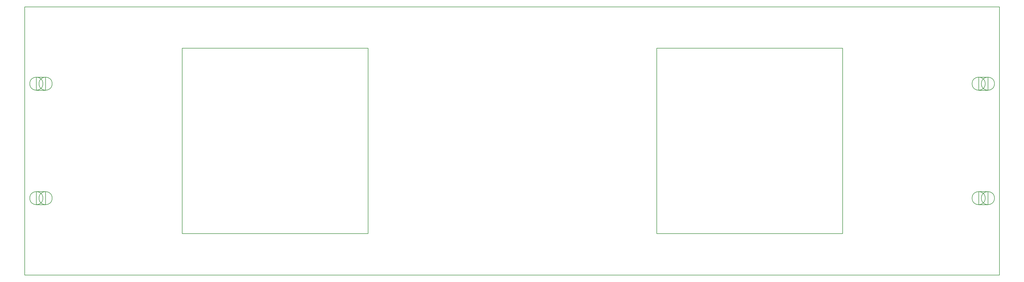
<source format=gko>
G04 Layer: BoardOutlineLayer*
G04 EasyEDA v6.5.34, 2023-08-10 18:14:54*
G04 21503a8dd55a4980b3b9b7c657e404d7,5a6b42c53f6a479593ecc07194224c93,10*
G04 Gerber Generator version 0.2*
G04 Scale: 100 percent, Rotated: No, Reflected: No *
G04 Dimensions in millimeters *
G04 leading zeros omitted , absolute positions ,4 integer and 5 decimal *
%FSLAX45Y45*%
%MOMM*%

%ADD10C,0.2540*%
D10*
X0Y13296900D02*
G01*
X48260000Y13296900D01*
X48260000Y0D01*
X0Y-3070D01*
X0Y13296900D01*
G75*
G01*
X711200Y9486900D02*
G02*
X1361597Y9486900I325199J0D01*
G75*
G01*
X1361597Y9486900D02*
G02*
X711200Y9486900I-325198J0D01*
X711200Y9486900D02*
G01*
X711200Y9486900D01*
X579198Y9811893D02*
G01*
X579198Y9161881D01*
X579198Y9161881D02*
G01*
X1036398Y9161881D01*
X1036398Y9161881D02*
G01*
X1036398Y9811893D01*
X1036398Y9811893D02*
G01*
X579198Y9811893D01*
G75*
G01*
X254000Y9486900D02*
G02*
X904397Y9486900I325199J0D01*
G75*
G01*
X904397Y9486900D02*
G02*
X254000Y9486900I-325198J0D01*
X254000Y9486900D02*
G01*
X254000Y9486900D01*
G75*
G01*
X254000Y3810000D02*
G02*
X904397Y3810000I325199J0D01*
G75*
G01*
X904397Y3810000D02*
G02*
X254000Y3810000I-325198J0D01*
X254000Y3810000D02*
G01*
X254000Y3810000D01*
X579198Y4134993D02*
G01*
X579198Y3484981D01*
X579198Y3484981D02*
G01*
X1036398Y3484981D01*
X1036398Y3484981D02*
G01*
X1036398Y4134993D01*
X1036398Y4134993D02*
G01*
X579198Y4134993D01*
G75*
G01*
X711200Y3810000D02*
G02*
X1361597Y3810000I325199J0D01*
G75*
G01*
X1361597Y3810000D02*
G02*
X711200Y3810000I-325198J0D01*
X711200Y3810000D02*
G01*
X711200Y3810000D01*
G75*
G01*
X47365696Y3810000D02*
G02*
X48016094Y3810000I325199J0D01*
G75*
G01*
X48016094Y3810000D02*
G02*
X47365696Y3810000I-325199J0D01*
X47365696Y3810000D02*
G01*
X47365696Y3810000D01*
X47233695Y4134993D02*
G01*
X47233695Y3484981D01*
X47233695Y3484981D02*
G01*
X47690895Y3484981D01*
X47690895Y3484981D02*
G01*
X47690895Y4134993D01*
X47690895Y4134993D02*
G01*
X47233695Y4134993D01*
G75*
G01*
X46908496Y3810000D02*
G02*
X47558894Y3810000I325199J0D01*
G75*
G01*
X47558894Y3810000D02*
G02*
X46908496Y3810000I-325199J0D01*
X46908496Y3810000D02*
G01*
X46908496Y3810000D01*
G75*
G01*
X46908496Y9486900D02*
G02*
X47558894Y9486900I325199J0D01*
G75*
G01*
X47558894Y9486900D02*
G02*
X46908496Y9486900I-325199J0D01*
X46908496Y9486900D02*
G01*
X46908496Y9486900D01*
X47233695Y9811893D02*
G01*
X47233695Y9161881D01*
X47233695Y9161881D02*
G01*
X47690895Y9161881D01*
X47690895Y9161881D02*
G01*
X47690895Y9811893D01*
X47690895Y9811893D02*
G01*
X47233695Y9811893D01*
G75*
G01*
X47365696Y9486900D02*
G02*
X48016094Y9486900I325199J0D01*
G75*
G01*
X48016094Y9486900D02*
G02*
X47365696Y9486900I-325199J0D01*
X47365696Y9486900D02*
G01*
X47365696Y9486900D01*
X7797805Y11252200D02*
G01*
X7797805Y2052218D01*
X7797805Y2052218D02*
G01*
X16997786Y2052218D01*
X16997786Y2052218D02*
G01*
X16997786Y11252200D01*
X16997786Y11252200D02*
G01*
X7797805Y11252200D01*
X31292794Y11252200D02*
G01*
X31292794Y2052218D01*
X31292794Y2052218D02*
G01*
X40492776Y2052218D01*
X40492776Y2052218D02*
G01*
X40492776Y11252200D01*
X40492776Y11252200D02*
G01*
X31292794Y11252200D01*

%LPD*%
M02*

</source>
